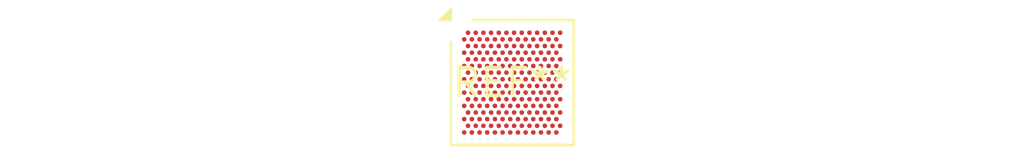
<source format=kicad_pcb>
(kicad_pcb (version 20240108) (generator pcbnew)
  (layers (0 "F.Cu" signal) (31 "B.Cu" signal) (34 "B.Paste" user) (35 "F.Paste" user) (36 "B.SilkS" user "B.Silkscreen") (37 "F.SilkS" user "F.Silkscreen") (38 "B.Mask" user) (39 "F.Mask" user) (44 "Edge.Cuts" user))
  (net 0 "")
  (footprint "ST_WLCSP-208_5.38x5.47mm_P0.35mm_Stagger" (layer "F.Cu") (at 0 0)
    (property "Reference" "REF**")
    (property "Value" "ST_WLCSP-208_5.38x5.47mm_P0.35mm_Stagger")
    (fp_line (start -2.8 2.845) (end -2.8 -1.845) (layer "F.SilkS") (stroke (width 0.12)))
    (fp_line (start -1.8 -2.845) (end 2.8 -2.845) (layer "F.SilkS") (stroke (width 0.12)))
    (fp_line (start 2.8 -2.845) (end 2.8 2.845) (layer "F.SilkS") (stroke (width 0.12)))
    (fp_line (start 2.8 2.845) (end -2.8 2.845) (layer "F.SilkS") (stroke (width 0.12)))
    (fp_poly (pts (xy -2.8 -2.845) (xy -3.3 -2.845) (xy -2.8 -3.345) (xy -2.8 -2.845)) (layer "F.SilkS") (stroke (width 0.12)) (fill solid))
    (pad "A2" smd circle (at -2.0125 -2.273317) (size 0.21 0.21) (property pad_prop_bga) (layers "F.Cu" "F.Paste" "F.Mask"))
    (pad "A4" smd circle (at -1.6625 -2.273317) (size 0.21 0.21) (property pad_prop_bga) (layers "F.Cu" "F.Paste" "F.Mask"))
    (pad "A6" smd circle (at -1.3125 -2.273317) (size 0.21 0.21) (property pad_prop_bga) (layers "F.Cu" "F.Paste" "F.Mask"))
    (pad "A8" smd circle (at -0.9625 -2.273317) (size 0.21 0.21) (property pad_prop_bga) (layers "F.Cu" "F.Paste" "F.Mask"))
    (pad "A10" smd circle (at -0.6125 -2.273317) (size 0.21 0.21) (property pad_prop_bga) (layers "F.Cu" "F.Paste" "F.Mask"))
    (pad "A12" smd circle (at -0.2625 -2.273317) (size 0.21 0.21) (property pad_prop_bga) (layers "F.Cu" "F.Paste" "F.Mask"))
    (pad "A14" smd circle (at 0.0875 -2.273317) (size 0.21 0.21) (property pad_prop_bga) (layers "F.Cu" "F.Paste" "F.Mask"))
    (pad "A16" smd circle (at 0.4375 -2.273317) (size 0.21 0.21) (property pad_prop_bga) (layers "F.Cu" "F.Paste" "F.Mask"))
    (pad "A18" smd circle (at 0.7875 -2.273317) (size 0.21 0.21) (property pad_prop_bga) (layers "F.Cu" "F.Paste" "F.Mask"))
    (pad "A20" smd circle (at 1.1375 -2.273317) (size 0.21 0.21) (property pad_prop_bga) (layers "F.Cu" "F.Paste" "F.Mask"))
    (pad "A22" smd circle (at 1.4875 -2.273317) (size 0.21 0.21) (property pad_prop_bga) (layers "F.Cu" "F.Paste" "F.Mask"))
    (pad "A24" smd circle (at 1.8375 -2.273317) (size 0.21 0.21) (property pad_prop_bga) (layers "F.Cu" "F.Paste" "F.Mask"))
    (pad "A26" smd circle (at 2.1875 -2.273317) (size 0.21 0.21) (property pad_prop_bga) (layers "F.Cu" "F.Paste" "F.Mask"))
    (pad "B1" smd circle (at -2.1875 -1.970208) (size 0.21 0.21) (property pad_prop_bga) (layers "F.Cu" "F.Paste" "F.Mask"))
    (pad "B3" smd circle (at -1.8375 -1.970208) (size 0.21 0.21) (property pad_prop_bga) (layers "F.Cu" "F.Paste" "F.Mask"))
    (pad "B5" smd circle (at -1.4875 -1.970208) (size 0.21 0.21) (property pad_prop_bga) (layers "F.Cu" "F.Paste" "F.Mask"))
    (pad "B7" smd circle (at -1.1375 -1.970208) (size 0.21 0.21) (property pad_prop_bga) (layers "F.Cu" "F.Paste" "F.Mask"))
    (pad "B9" smd circle (at -0.7875 -1.970208) (size 0.21 0.21) (property pad_prop_bga) (layers "F.Cu" "F.Paste" "F.Mask"))
    (pad "B11" smd circle (at -0.4375 -1.970208) (size 0.21 0.21) (property pad_prop_bga) (layers "F.Cu" "F.Paste" "F.Mask"))
    (pad "B13" smd circle (at -0.0875 -1.970208) (size 0.21 0.21) (property pad_prop_bga) (layers "F.Cu" "F.Paste" "F.Mask"))
    (pad "B15" smd circle (at 0.2625 -1.970208) (size 0.21 0.21) (property pad_prop_bga) (layers "F.Cu" "F.Paste" "F.Mask"))
    (pad "B17" smd circle (at 0.6125 -1.970208) (size 0.21 0.21) (property pad_prop_bga) (layers "F.Cu" "F.Paste" "F.Mask"))
    (pad "B19" smd circle (at 0.9625 -1.970208) (size 0.21 0.21) (property pad_prop_bga) (layers "F.Cu" "F.Paste" "F.Mask"))
    (pad "B21" smd circle (at 1.3125 -1.970208) (size 0.21 0.21) (property pad_prop_bga) (layers "F.Cu" "F.Paste" "F.Mask"))
    (pad "B23" smd circle (at 1.6625 -1.970208) (size 0.21 0.21) (property pad_prop_bga) (layers "F.Cu" "F.Paste" "F.Mask"))
    (pad "B25" smd circle (at 2.0125 -1.970208) (size 0.21 0.21) (property pad_prop_bga) (layers "F.Cu" "F.Paste" "F.Mask"))
    (pad "C2" smd circle (at -2.0125 -1.667099) (size 0.21 0.21) (property pad_prop_bga) (layers "F.Cu" "F.Paste" "F.Mask"))
    (pad "C4" smd circle (at -1.6625 -1.667099) (size 0.21 0.21) (property pad_prop_bga) (layers "F.Cu" "F.Paste" "F.Mask"))
    (pad "C6" smd circle (at -1.3125 -1.667099) (size 0.21 0.21) (property pad_prop_bga) (layers "F.Cu" "F.Paste" "F.Mask"))
    (pad "C8" smd circle (at -0.9625 -1.667099) (size 0.21 0.21) (property pad_prop_bga) (layers "F.Cu" "F.Paste" "F.Mask"))
    (pad "C10" smd circle (at -0.6125 -1.667099) (size 0.21 0.21) (property pad_prop_bga) (layers "F.Cu" "F.Paste" "F.Mask"))
    (pad "C12" smd circle (at -0.2625 -1.667099) (size 0.21 0.21) (property pad_prop_bga) (layers "F.Cu" "F.Paste" "F.Mask"))
    (pad "C14" smd circle (at 0.0875 -1.667099) (size 0.21 0.21) (property pad_prop_bga) (layers "F.Cu" "F.Paste" "F.Mask"))
    (pad "C16" smd circle (at 0.4375 -1.667099) (size 0.21 0.21) (property pad_prop_bga) (layers "F.Cu" "F.Paste" "F.Mask"))
    (pad "C18" smd circle (at 0.7875 -1.667099) (size 0.21 0.21) (property pad_prop_bga) (layers "F.Cu" "F.Paste" "F.Mask"))
    (pad "C20" smd circle (at 1.1375 -1.667099) (size 0.21 0.21) (property pad_prop_bga) (layers "F.Cu" "F.Paste" "F.Mask"))
    (pad "C22" smd circle (at 1.4875 -1.667099) (size 0.21 0.21) (property pad_prop_bga) (layers "F.Cu" "F.Paste" "F.Mask"))
    (pad "C24" smd circle (at 1.8375 -1.667099) (size 0.21 0.21) (property pad_prop_bga) (layers "F.Cu" "F.Paste" "F.Mask"))
    (pad "C26" smd circle (at 2.1875 -1.667099) (size 0.21 0.21) (property pad_prop_bga) (layers "F.Cu" "F.Paste" "F.Mask"))
    (pad "D1" smd circle (at -2.1875 -1.36399) (size 0.21 0.21) (property pad_prop_bga) (layers "F.Cu" "F.Paste" "F.Mask"))
    (pad "D3" smd circle (at -1.8375 -1.36399) (size 0.21 0.21) (property pad_prop_bga) (layers "F.Cu" "F.Paste" "F.Mask"))
    (pad "D5" smd circle (at -1.4875 -1.36399) (size 0.21 0.21) (property pad_prop_bga) (layers "F.Cu" "F.Paste" "F.Mask"))
    (pad "D7" smd circle (at -1.1375 -1.36399) (size 0.21 0.21) (property pad_prop_bga) (layers "F.Cu" "F.Paste" "F.Mask"))
    (pad "D9" smd circle (at -0.7875 -1.36399) (size 0.21 0.21) (property pad_prop_bga) (layers "F.Cu" "F.Paste" "F.Mask"))
    (pad "D11" smd circle (at -0.4375 -1.36399) (size 0.21 0.21) (property pad_prop_bga) (layers "F.Cu" "F.Paste" "F.Mask"))
    (pad "D13" smd circle (at -0.0875 -1.36399) (size 0.21 0.21) (property pad_prop_bga) (layers "F.Cu" "F.Paste" "F.Mask"))
    (pad "D15" smd circle (at 0.2625 -1.36399) (size 0.21 0.21) (property pad_prop_bga) (layers "F.Cu" "F.Paste" "F.Mask"))
    (pad "D17" smd circle (at 0.6125 -1.36399) (size 0.21 0.21) (property pad_prop_bga) (layers "F.Cu" "F.Paste" "F.Mask"))
    (pad "D19" smd circle (at 0.9625 -1.36399) (size 0.21 0.21) (property pad_prop_bga) (layers "F.Cu" "F.Paste" "F.Mask"))
    (pad "D21" smd circle (at 1.3125 -1.36399) (size 0.21 0.21) (property pad_prop_bga) (layers "F.Cu" "F.Paste" "F.Mask"))
    (pad "D23" smd circle (at 1.6625 -1.36399) (size 0.21 0.21) (property pad_prop_bga) (layers "F.Cu" "F.Paste" "F.Mask"))
    (pad "D25" smd circle (at 2.0125 -1.36399) (size 0.21 0.21) (property pad_prop_bga) (layers "F.Cu" "F.Paste" "F.Mask"))
    (pad "E2" smd circle (at -2.0125 -1.060881) (size 0.21 0.21) (property pad_prop_bga) (layers "F.Cu" "F.Paste" "F.Mask"))
    (pad "E4" smd circle (at -1.6625 -1.060881) (size 0.21 0.21) (property pad_prop_bga) (layers "F.Cu" "F.Paste" "F.Mask"))
    (pad "E6" smd circle (at -1.3125 -1.060881) (size 0.21 0.21) (property pad_prop_bga) (layers "F.Cu" "F.Paste" "F.Mask"))
    (pad "E8" smd circle (at -0.9625 -1.060881) (size 0.21 0.21) (property pad_prop_bga) (layers "F.Cu" "F.Paste" "F.Mask"))
    (pad "E10" smd circle (at -0.6125 -1.060881) (size 0.21 0.21) (property pad_prop_bga) (layers "F.Cu" "F.Paste" "F.Mask"))
    (pad "E12" smd circle (at -0.2625 -1.060881) (size 0.21 0.21) (property pad_prop_bga) (layers "F.Cu" "F.Paste" "F.Mask"))
    (pad "E14" smd circle (at 0.0875 -1.060881) (size 0.21 0.21) (property pad_prop_bga) (layers "F.Cu" "F.Paste" "F.Mask"))
    (pad "E16" smd circle (at 0.4375 -1.060881) (size 0.21 0.21) (property pad_prop_bga) (layers "F.Cu" "F.Paste" "F.Mask"))
    (pad "E18" smd circle (at 0.7875 -1.060881) (size 0.21 0.21) (property pad_prop_bga) (layers "F.Cu" "F.Paste" "F.Mask"))
    (pad "E20" smd circle (at 1.1375 -1.060881) (size 0.21 0.21) (property pad_prop_bga) (layers "F.Cu" "F.Paste" "F.Mask"))
    (pad "E22" smd circle (at 1.4875 -1.060881) (size 0.21 0.21) (property pad_prop_bga) (layers "F.Cu" "F.Paste" "F.Mask"))
    (pad "E24" smd circle (at 1.8375 -1.060881) (size 0.21 0.21) (property pad_prop_bga) (layers "F.Cu" "F.Paste" "F.Mask"))
    (pad "E26" smd circle (at 2.1875 -1.060881) (size 0.21 0.21) (property pad_prop_bga) (layers "F.Cu" "F.Paste" "F.Mask"))
    (pad "F1" smd circle (at -2.1875 -0.757772) (size 0.21 0.21) (property pad_prop_bga) (layers "F.Cu" "F.Paste" "F.Mask"))
    (pad "F3" smd circle (at -1.8375 -0.757772) (size 0.21 0.21) (property pad_prop_bga) (layers "F.Cu" "F.Paste" "F.Mask"))
    (pad "F5" smd circle (at -1.4875 -0.757772) (size 0.21 0.21) (property pad_prop_bga) (layers "F.Cu" "F.Paste" "F.Mask"))
    (pad "F7" smd circle (at -1.1375 -0.757772) (size 0.21 0.21) (property pad_prop_bga) (layers "F.Cu" "F.Paste" "F.Mask"))
    (pad "F9" smd circle (at -0.7875 -0.757772) (size 0.21 0.21) (property pad_prop_bga) (layers "F.Cu" "F.Paste" "F.Mask"))
    (pad "F11" smd circle (at -0.4375 -0.757772) (size 0.21 0.21) (property pad_prop_bga) (layers "F.Cu" "F.Paste" "F.Mask"))
    (pad "F13" smd circle (at -0.0875 -0.757772) (size 0.21 0.21) (property pad_prop_bga) (layers "F.Cu" "F.Paste" "F.Mask"))
    (pad "F15" smd circle (at 0.2625 -0.757772) (size 0.21 0.21) (property pad_prop_bga) (layers "F.Cu" "F.Paste" "F.Mask"))
    (pad "F17" smd circle (at 0.6125 -0.757772) (size 0.21 0.21) (property pad_prop_bga) (layers "F.Cu" "F.Paste" "F.Mask"))
    (pad "F19" smd circle (at 0.9625 -0.757772) (size 0.21 0.21) (property pad_prop_bga) (layers "F.Cu" "F.Paste" "F.Mask"))
    (pad "F21" smd circle (at 1.3125 -0.757772) (size 0.21 0.21) (property pad_prop_bga) (layers "F.Cu" "F.Paste" "F.Mask"))
    (pad "F23" smd circle (at 1.6625 -0.757772) (size 0.21 0.21) (property pad_prop_bga) (layers "F.Cu" "F.Paste" "F.Mask"))
    (pad "F25" smd circle (at 2.0125 -0.757772) (size 0.21 0.21) (property pad_prop_bga) (layers "F.Cu" "F.Paste" "F.Mask"))
    (pad "G2" smd circle (at -2.0125 -0.454663) (size 0.21 0.21) (property pad_prop_bga) (layers "F.Cu" "F.Paste" "F.Mask"))
    (pad "G4" smd circle (at -1.6625 -0.454663) (size 0.21 0.21) (property pad_prop_bga) (layers "F.Cu" "F.Paste" "F.Mask"))
    (pad "G6" smd circle (at -1.3125 -0.454663) (size 0.21 0.21) (property pad_prop_bga) (layers "F.Cu" "F.Paste" "F.Mask"))
    (pad "G8" smd circle (at -0.9625 -0.454663) (size 0.21 0.21) (property pad_prop_bga) (layers "F.Cu" "F.Paste" "F.Mask"))
    (pad "G10" smd circle (at -0.6125 -0.454663) (size 0.21 0.21) (property pad_prop_bga) (layers "F.Cu" "F.Paste" "F.Mask"))
    (pad "G12" smd circle (at -0.2625 -0.454663) (size 0.21 0.21) (property pad_prop_bga) (layers "F.Cu" "F.Paste" "F.Mask"))
    (pad "G14" smd circle (at 0.0875 -0.454663) (size 0.21 0.21) (property pad_prop_bga) (layers "F.Cu" "F.Paste" "F.Mask"))
    (pad "G16" smd circle (at 0.4375 -0.454663) (size 0.21 0.21) (property pad_prop_bga) (layers "F.Cu" "F.Paste" "F.Mask"))
    (pad "G18" smd circle (at 0.7875 -0.454663) (size 0.21 0.21) (property pad_prop_bga) (layers "F.Cu" "F.Paste" "F.Mask"))
    (pad "G20" smd circle (at 1.1375 -0.454663) (size 0.21 0.21) (property pad_prop_bga) (layers "F.Cu" "F.Paste" "F.Mask"))
    (pad "G22" smd circle (at 1.4875 -0.454663) (size 0.21 0.21) (property pad_prop_bga) (layers "F.Cu" "F.Paste" "F.Mask"))
    (pad "G24" smd circle (at 1.8375 -0.454663) (size 0.21 0.21) (property pad_prop_bga) (layers "F.Cu" "F.Paste" "F.Mask"))
    (pad "G26" smd circle (at 2.1875 -0.454663) (size 0.21 0.21) (property pad_prop_bga) (layers "F.Cu" "F.Paste" "F.Mask"))
    (pad "H1" smd circle (at -2.1875 -0.151554) (size 0.21 0.21) (property pad_prop_bga) (layers "F.Cu" "F.Paste" "F.Mask"))
    (pad "H3" smd circle (at -1.8375 -0.151554) (size 0.21 0.21) (property pad_prop_bga) (layers "F.Cu" "F.Paste" "F.Mask"))
    (pad "H5" smd circle (at -1.4875 -0.151554) (size 0.21 0.21) (property pad_prop_bga) (layers "F.Cu" "F.Paste" "F.Mask"))
    (pad "H7" smd circle (at -1.1375 -0.151554) (size 0.21 0.21) (property pad_prop_bga) (layers "F.Cu" "F.Paste" "F.Mask"))
    (pad "H9" smd circle (at -0.7875 -0.151554) (size 0.21 0.21) (property pad_prop_bga) (layers "F.Cu" "F.Paste" "F.Mask"))
    (pad "H11" smd circle (at -0.4375 -0.151554) (size 0.21 0.21) (property pad_prop_bga) (layers "F.Cu" "F.Paste" "F.Mask"))
    (pad "H13" smd circle (at -0.0875 -0.151554) (size 0.21 0.21) (property pad_prop_bga) (layers "F.Cu" "F.Paste" "F.Mask"))
    (pad "H15" smd circle (at 0.2625 -0.151554) (size 0.21 0.21) (property pad_prop_bga) (layers "F.Cu" "F.Paste" "F.Mask"))
    (pad "H17" smd circle (at 0.6125 -0.151554) (size 0.21 0.21) (property pad_prop_bga) (layers "F.Cu" "F.Paste" "F.Mask"))
    (pad "H19" smd circle (at 0.9625 -0.151554) (size 0.21 0.21) (property pad_prop_bga) (layers "F.Cu" "F.Paste" "F.Mask"))
    (pad "H21" smd circle (at 1.3125 -0.151554) (size 0.21 0.21) (property pad_prop_bga) (layers "F.Cu" "F.Paste" "F.Mask"))
    (pad "H23" smd circle (at 1.6625 -0.151554) (size 0.21 0.21) (property pad_prop_bga) (layers "F.Cu" "F.Paste" "F.Mask"))
    (pad "H25" smd circle (at 2.0125 -0.151554) (size 0.21 0.21) (property pad_prop_bga) (layers "F.Cu" "F.Paste" "F.Mask"))
    (pad "J2" smd circle (at -2.0125 0.151554) (size 0.21 0.21) (property pad_prop_bga) (layers "F.Cu" "F.Paste" "F.Mask"))
    (pad "J4" smd circle (at -1.6625 0.151554) (size 0.21 0.21) (property pad_prop_bga) (layers "F.Cu" "F.Paste" "F.Mask"))
    (pad "J6" smd circle (at -1.3125 0.151554) (size 0.21 0.21) (property pad_prop_bga) (layers "F.Cu" "F.Paste" "F.Mask"))
    (pad "J8" smd circle (at -0.9625 0.151554) (size 0.21 0.21) (property pad_prop_bga) (layers "F.Cu" "F.Paste" "F.Mask"))
    (pad "J10" smd circle (at -0.6125 0.151554) (size 0.21 0.21) (property pad_prop_bga) (layers "F.Cu" "F.Paste" "F.Mask"))
    (pad "J12" smd circle (at -0.2625 0.151554) (size 0.21 0.21) (property pad_prop_bga) (layers "F.Cu" "F.Paste" "F.Mask"))
    (pad "J14" smd circle (at 0.0875 0.151554) (size 0.21 0.21) (property pad_prop_bga) (layers "F.Cu" "F.Paste" "F.Mask"))
    (pad "J16" smd circle (at 0.4375 0.151554) (size 0.21 0.21) (property pad_prop_bga) (layers "F.Cu" "F.Paste" "F.Mask"))
    (pad "J18" smd circle (at 0.7875 0.151554) (size 0.21 0.21) (property pad_prop_bga) (layers "F.Cu" "F.Paste" "F.Mask"))
    (pad "J20" smd circle (at 1.1375 0.151554) (size 0.21 0.21) (property pad_prop_bga) (layers "F.Cu" "F.Paste" "F.Mask"))
    (pad "J22" smd circle (at 1.4875 0.151554) (size 0.21 0.21) (property pad_prop_bga) (layers "F.Cu" "F.Paste" "F.Mask"))
    (pad "J24" smd circle (at 1.8375 0.151554) (size 0.21 0.21) (property pad_prop_bga) (layers "F.Cu" "F.Paste" "F.Mask"))
    (pad "J26" smd circle (at 2.1875 0.151554) (size 0.21 0.21) (property pad_prop_bga) (layers "F.Cu" "F.Paste" "F.Mask"))
    (pad "K1" smd circle (at -2.1875 0.454663) (size 0.21 0.21) (property pad_prop_bga) (layers "F.Cu" "F.Paste" "F.Mask"))
    (pad "K3" smd circle (at -1.8375 0.454663) (size 0.21 0.21) (property pad_prop_bga) (layers "F.Cu" "F.Paste" "F.Mask"))
    (pad "K5" smd circle (at -1.4875 0.454663) (size 0.21 0.21) (property pad_prop_bga) (layers "F.Cu" "F.Paste" "F.Mask"))
    (pad "K7" smd circle (at -1.1375 0.454663) (size 0.21 0.21) (property pad_prop_bga) (layers "F.Cu" "F.Paste" "F.Mask"))
    (pad "K9" smd circle (at -0.7875 0.454663) (size 0.21 0.21) (property pad_prop_bga) (layers "F.Cu" "F.Paste" "F.Mask"))
    (pad "K11" smd circle (at -0.4375 0.454663) (size 0.21 0.21) (property pad_prop_bga) (layers "F.Cu" "F.Paste" "F.Mask"))
    (pad "K13" smd circle (at -0.0875 0.454663) (size 0.21 0.21) (property pad_prop_bga) (layers "F.Cu" "F.Paste" "F.Mask"))
    (pad "K15" smd circle (at 0.2625 0.454663) (size 0.21 0.21) (property pad_prop_bga) (layers "F.Cu" "F.Paste" "F.Mask"))
    (pad "K17" smd circle (at 0.6125 0.454663) (size 0.21 0.21) (property pad_prop_bga) (layers "F.Cu" "F.Paste" "F.Mask"))
    (pad "K19" smd circle (at 0.9625 0.454663) (size 0.21 0.21) (property pad_prop_bga) (layers "F.Cu" "F.Paste" "F.Mask"))
    (pad "K21" smd circle (at 1.3125 0.454663) (size 0.21 0.21) (property pad_prop_bga) (layers "F.Cu" "F.Paste" "F.Mask"))
    (pad "K23" smd circle (at 1.6625 0.454663) (size 0.21 0.21) (property pad_prop_bga) (layers "F.Cu" "F.Paste" "F.Mask"))
    (pad "K25" smd circle (at 2.0125 0.454663) (size 0.21 0.21) (property pad_prop_bga) (layers "F.Cu" "F.Paste" "F.Mask"))
    (pad "L2" smd circle (at -2.0125 0.757772) (size 0.21 0.21) (property pad_prop_bga) (layers "F.Cu" "F.Paste" "F.Mask"))
    (pad "L4" smd circle (at -1.6625 0.757772) (size 0.21 0.21) (property pad_prop_bga) (layers "F.Cu" "F.Paste" "F.Mask"))
    (pad "L6" smd circle (at -1.3125 0.757772) (size 0.21 0.21) (property pad_prop_bga) (layers "F.Cu" "F.Paste" "F.Mask"))
    (pad "L8" smd circle (at -0.9625 0.757772) (size 0.21 0.21) (property pad_prop_bga) (layers "F.Cu" "F.Paste" "F.Mask"))
    (pad "L10" smd circle (at -0.6125 0.757772) (size 0.21 0.21) (property pad_prop_bga) (layers "F.Cu" "F.Paste" "F.Mask"))
    (pad "L12" smd circle (at -0.2625 0.757772) (size 0.21 0.21) (property pad_prop_bga) (layers "F.Cu" "F.Paste" "F.Mask"))
    (pad "L14" smd circle (at 0.0875 0.757772) (size 0.21 0.21) (property pad_prop_bga) (layers "F.Cu" "F.Paste" "F.Mask"))
    (pad "L16" smd circle (at 0.4375 0.757772) (size 0.21 0.21) (property pad_prop_bga) (layers "F.Cu" "F.Paste" "F.Mask"))
    (pad "L18" smd circle (at 0.7875 0.757772) (size 0.21 0.21) (property pad_prop_bga) (layers "F.Cu" "F.Paste" "F.Mask"))
    (pad "L20" smd circle (at 1.1375 0.757772) (size 0.21 0.21) (property pad_prop_bga) (layers "F.Cu" "F.Paste" "F.Mask"))
    (pad "L22" smd circle (at 1.4875 0.757772) (size 0.21 0.21) (property pad_prop_bga) (layers "F.Cu" "F.Paste" "F.Mask"))
    (pad "L24" smd circle (at 1.8375 0.757772) (size 0.21 0.21) (property pad_prop_bga) (layers "F.Cu" "F.Paste" "F.Mask"))
    (pad "L26" smd circle (at 2.1875 0.757772) (size 0.21 0.21) (property pad_prop_bga) (layers "F.Cu" "F.Paste" "F.Mask"))
    (pad "M1" smd circle (at -2.1875 1.060881) (size 0.21 0.21) (property pad_prop_bga) (layers "F.Cu" "F.Paste" "F.Mask"))
    (pad "M3" smd circle (at -1.8375 1.060881) (size 0.21 0.21) (property pad_prop_bga) (layers "F.Cu" "F.Paste" "F.Mask"))
    (pad "M5" smd circle (at -1.4875 1.060881) (size 0.21 0.21) (property pad_prop_bga) (layers "F.Cu" "F.Paste" "F.Mask"))
    (pad "M7" smd circle (at -1.1375 1.060881) (size 0.21 0.21) (property pad_prop_bga) (layers "F.Cu" "F.Paste" "F.Mask"))
    (pad "M9" smd circle (at -0.7875 1.060881) (size 0.21 0.21) (property pad_prop_bga) (layers "F.Cu" "F.Paste" "F.Mask"))
    (pad "M11" smd circle (at -0.4375 1.060881) (size 0.21 0.21) (property pad_prop_bga) (layers "F.Cu" "F.Paste" "F.Mask"))
    (pad "M13" smd circle (at -0.0875 1.060881) (size 0.21 0.21) (property pad_prop_bga) (layers "F.Cu" "F.Paste" "F.Mask"))
    (pad "M15" smd circle (at 0.2625 1.060881) (size 0.21 0.21) (property pad_prop_bga) (layers "F.Cu" "F.Paste" "F.Mask"))
    (pad "M17" smd circle (at 0.6125 1.060881) (size 0.21 0.21) (property pad_prop_bga) (layers "F.Cu" "F.Paste" "F.Mask"))
    (pad "M19" smd circle (at 0.9625 1.060881) (size 0.21 0.21) (property pad_prop_bga) (layers "F.Cu" "F.Paste" "F.Mask"))
    (pad "M21" smd circle (at 1.3125 1.060881) (size 0.21 0.21) (property pad_prop_bga) (layers "F.Cu" "F.Paste" "F.Mask"))
    (pad "M23" smd circle (at 1.6625 1.060881) (size 0.21 0.21) (property pad_prop_bga) (layers "F.Cu" "F.Paste" "F.Mask"))
    (pad "M25" smd circle (at 2.0125 1.060881) (size 0.21 0.21) (property pad_prop_bga) (layers "F.Cu" "F.Paste" "F.Mask"))
    (pad "N2" smd circle (at -2.0125 1.36399) (size 0.21 0.21) (property pad_prop_bga) (layers "F.Cu" "F.Paste" "F.Mask"))
    (pad "N4" smd circle (at -1.6625 1.36399) (size 0.21 0.21) (property pad_prop_bga) (layers "F.Cu" "F.Paste" "F.Mask"))
    (pad "N6" smd circle (at -1.3125 1.36399) (size 0.21 0.21) (property pad_prop_bga) (layers "F.Cu" "F.Paste" "F.Mask"))
    (pad "N8" smd circle (at -0.9625 1.36399) (size 0.21 0.21) (property pad_prop_bga) (layers "F.Cu" "F.Paste" "F.Mask"))
    (pad "N10" smd circle (at -0.6125 1.36399) (size 0.21 0.21) (property pad_prop_bga) (layers "F.Cu" "F.Paste" "F.Mask"))
    (pad "N12" smd circle (at -0.2625 1.36399) (size 0.21 0.21) (property pad_prop_bga) (layers "F.Cu" "F.Paste" "F.Mask"))
    (pad "N14" smd circle (at 0.0875 1.36399) (size 0.21 0.21) (property pad_prop_bga) (layers "F.Cu" "F.Paste" "F.Mask"))
    (pad "N16" smd circle (at 0.4375 1.36399) (size 0.21 0.21) (property pad_prop_bga) (layers "F.Cu" "F.Paste" "F.Mask"))
    (pad "N18" smd circle (at 0.7875 1.36399) (size 0.21 0.21) (property pad_prop_bga) (layers "F.Cu" "F.Paste" "F.Mask"))
    (pad "N20" smd circle (at 1.1375 1.36399) (size 0.21 0.21) (property pad_prop_bga) (layers "F.Cu" "F.Paste" "F.Mask"))
    (pad "N22" smd circle (at 1.4875 1.36399) (size 0.21 0.21) (property pad_prop_bga) (layers "F.Cu" "F.Paste" "F.Mask"))
    (pad "N24" smd circle (at 1.8375 1.36399) (size 0.21 0.21) (property pad_prop_bga) (layers "F.Cu" "F.Paste" "F.Mask"))
    (pad "N26" smd circle (at 2.1875 1.36399) (size 0.21 0.21) (property pad_prop_bga) (layers "F.Cu" "F.Paste" "F.Mask"))
    (pad "P1" smd circle (at -2.1875 1.667099) (size 0.21 0.21) (property pad_prop_bga) (layers "F.Cu" "F.Paste" "F.Mask"))
    (pad "P3" smd circle (at -1.8375 1.667099) (size 0.21 0.21) (property pad_prop_bga) (layers "F.Cu" "F.Paste" "F.Mask"))
    (pad "P5" smd circle (at -1.4875 1.667099) (size 0.21 0.21) (property pad_prop_bga) (layers "F.Cu" "F.Paste" "F.Mask"))
    (pad "P7" smd circle (at -1.1375 1.667099) (size 0.21 0.21) (property pad_prop_bga) (layers "F.Cu" "F.Paste" "F.Mask"))
    (pad "P9" smd circle (at -0.7875 1.667099) (size 0.21 0.21) (property pad_prop_bga) (layers "F.Cu" "F.Paste" "F.Mask"))
    (pad "P11" smd circle (at -0.4375 1.667099) (size 0.21 0.21) (property pad_prop_bga) (layers "F.Cu" "F.Paste" "F.Mask"))
    (pad "P13" smd circle (at -0.0875 1.667099) (size 0.21 0.21) (property pad_prop_bga) (layers "F.Cu" "F.Paste" "F.Mask"))
    (pad "P15" smd circle (at 0.2625 1.667099) (size 0.21 0.21) (property pad_prop_bga) (layers "F.Cu" "F.Paste" "F.Mask"))
    (pad "P17" smd circle (at 0.6125 1.667099) (size 0.21 0.21) (property pad_prop_bga) (layers "F.Cu" "F.Paste" "F.Mask"))
    (pad "P19" smd circle (at 0.9625 1.667099) (size 0.21 0.21) (property pad_prop_bga) (layers "F.Cu" "F.Paste" "F.Mask"))
    (pad "P21" smd circle (at 1.3125 1.667099) (size 0.21 0.21) (property pad_prop_bga) (layers "F.Cu" "F.Paste" "F.Mask"))
    (pad "P23" smd circle (at 1.6625 1.667099) (size 0.21 0.21) (property pad_prop_bga) (layers "F.Cu" "F.Paste" "F.Mask"))
    (pad "P25" smd circle (at 2.0125 1.667099) (size 0.21 0.21) (property pad_prop_bga) (layers "F.Cu" "F.Paste" "F.Mask"))
    (pad "R2" smd circle (at -2.0125 1.970208) (size 0.21 0.21) (property pad_prop_bga) (layers "F.Cu" "F.Paste" "F.Mask"))
    (pad "R4" smd circle (at -1.6625 1.970208) (size 0.21 0.21) (property pad_prop_bga) (layers "F.Cu" "F.Paste" "F.Mask"))
    (pad "R6" smd circle (at -1.3125 1.970208) (size 0.21 0.21) (property pad_prop_bga) (layers "F.Cu" "F.Paste" "F.Mask"))
    (pad "R8" smd circle (at -0.9625 1.970208) (size 0.21 0.21) (property pad_prop_bga) (layers "F.Cu" "F.Paste" "F.Mask"))
    (pad "R10" smd circle (at -0.6125 1.970208) (size 0.21 0.21) (property pad_prop_bga) (layers "F.Cu" "F.Paste" "F.Mask"))
    (pad "R12" smd circle (at -0.2625 1.970208) (size 0.21 0.21) (property pad_prop_bga) (layers "F.Cu" "F.Paste" "F.Mask"))
    (pad "R14" smd circle (at 0.0875 1.970208) (size 0.21 0.21) (property pad_prop_bga) (layers "F.Cu" "F.Paste" "F.Mask"))
    (pad "R16" smd circle (at 0.4375 1.970208) (size 0.21 0.21) (property pad_prop_bga) (layers "F.Cu" "F.Paste" "F.Mask"))
    (pad "R18" smd circle (at 0.7875 1.970208) (size 0.21 0.21) (property pad_prop_bga) (layers "F.Cu" "F.Paste" "F.Mask"))
    (pad "R20" smd circle (at 1.1375 1.970208) (size 0.21 0.21) (property pad_prop_bga) (layers "F.Cu" "F.Paste" "F.Mask"))
    (pad "R22" smd circle (at 1.4875 1.970208) (size 0.21 0.21) (property pad_prop_bga) (layers "F.Cu" "F.Paste" "F.Mask"))
    (pad "R24" smd circle (at 1.8375 1.970208) (size 0.21 0.21) (property pad_prop_bga) (layers "F.Cu" "F.Paste" "F.Mask"))
    (pad "R26" smd circle (at 2.1875 1.970208) (size 0.21 0.21) (property pad_prop_bga) (layers "F.Cu" "F.Paste" "F.Mask"))
    (pad "T1" smd circle (at -2.1875 2.273317) (size 0.21 0.21) (property pad_prop_bga) (layers "F.Cu" "F.Paste" "F.Mask"))
    (pad "T3" smd circle (at -1.8375 2.273317) (size 0.21 0.21) (property pad_prop_bga) (layers "F.Cu" "F.Paste" "F.Mask"))
    (pad "T5" smd circle (at -1.4875 2.273317) (size 0.21 0.21) (property pad_prop_bga) (layers "F.Cu" "F.Paste" "F.Mask"))
    (pad "T7" smd circle (at -1.1375 2.273317) (size 0.21 0.21) (property pad_prop_bga) (layers "F.Cu" "F.Paste" "F.Mask"))
    (pad "T9" smd circle (at -0.7875 2.273317) (size 0.21 0.21) (property pad_prop_bga) (layers "F.Cu" "F.Paste" "F.Mask"))
    (pad "T11" smd circle (at -0.4375 2.273317) (size 0.21 0.21) (property pad_prop_bga) (layers "F.Cu" "F.Paste" "F.Mask"))
    (pad "T13" smd circle (at -0.0875 2.273317) (size 0.21 0.21) (property pad_prop_bga) (layers "F.Cu" "F.Paste" "F.Mask"))
    (pad "T15" smd circle (at 0.2625 2.273317) (size 0.21 0.21) (property pad_prop_bga) (layers "F.Cu" "F.Paste" "F.Mask"))
    (pad "T17" smd circle (at 0.6125 2.273317) (size 0.21 0.21) (property pad_prop_bga) (layers "F.Cu" "F.Paste" "F.Mask"))
    (pad "T19" smd circle (at 0.9625 2.273317) (size 0.21 0.21) (property pad_prop_bga) (layers "F.Cu" "F.Paste" "F.Mask"))
    (pad "T21" smd circle (at 1.3125 2.273317) (size 0.21 0.21) (property pad_prop_bga) (layers "F.Cu" "F.Paste" "F.Mask"))
    (pad "T23" smd circle (at 1.6625 2.273317) (size 0.21 0.21) (property pad_prop_bga) (layers "F.Cu" "F.Paste" "F.Mask"))
    (pad "T25" smd circle (at 2.0125 2.273317) (size 0.21 0.21) (property pad_prop_bga) (layers "F.Cu" "F.Paste" "F.Mask"))
  )
)
</source>
